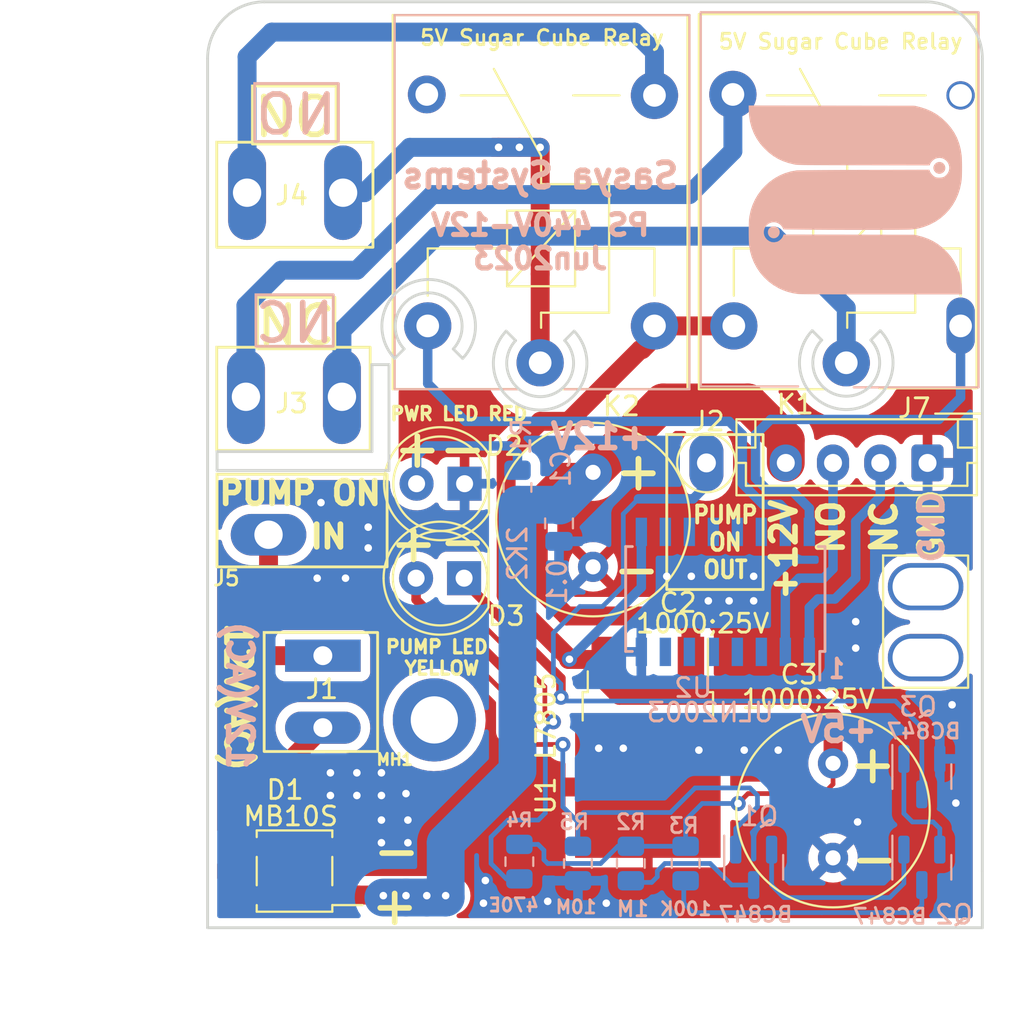
<source format=kicad_pcb>
(kicad_pcb (version 20211014) (generator pcbnew)
  (layers (0 "F.Cu" signal) (31 "B.Cu" signal) (34 "B.Paste" user) (35 "F.Paste" user) (36 "B.SilkS" user "B.Silkscreen") (37 "F.SilkS" user "F.Silkscreen") (38 "B.Mask" user) (39 "F.Mask" user) (44 "Edge.Cuts" user))
  (net 0 "")
  (net 1 "GND")
  (net 2 "Net-(D1-Pad4)")
  (net 3 "Net-(D1-Pad3)")
  (net 4 "Net-(D2-Pad2)")
  (net 5 "+12V")
  (net 6 "/CH1")
  (net 7 "/CH2")
  (net 8 "Net-(J3-Pad1)")
  (net 9 "Net-(J3-Pad2)")
  (net 10 "Net-(J4-Pad2)")
  (net 11 "Net-(K1-Pad2)")
  (net 12 "Net-(K2-Pad5)")
  (net 16 "Net-(D3-Pad2)")
  (net 17 "/PUMP_ON_Sense_OUT")
  (net 18 "Net-(Q1-Pad2)")
  (net 19 "Net-(Q1-Pad3)")
  (net 20 "Net-(Q2-Pad2)")
  (net 21 "Net-(Q2-Pad3)")
  (net 30 "+5V")
  (net 33 "Net-(J4-Pad1)")
  (net 34 "Net-(J5-Pad1)")
  (footprint "Housings_SSOP:SOP-4_3.8x4.1mm_Pitch2.54mm" (layer "F.Cu") (at 114.4 128.5 180)
    (fp_text reference "D1" (at 0.5 4.3) (layer "F.SilkS"))
    (fp_text value "MB10S" (at 0.2 2.9) (layer "F.SilkS"))
    (pad "1" smd rect locked (at -2.75 -1.27 180) (size 1.45 1) (layers "F.Cu" "F.Paste" "F.Mask") (net 5 "+12V"))
    (pad "2" smd rect locked (at -2.75 1.27 180) (size 1.45 1) (layers "F.Cu" "F.Paste" "F.Mask") (net 1 "GND"))
    (pad "3" smd rect locked (at 2.75 1.27 180) (size 1.45 1) (layers "F.Cu" "F.Paste" "F.Mask") (net 3 "Net-(D1-Pad3)"))
    (pad "4" smd rect locked (at 2.75 -1.27 180) (size 1.45 1) (layers "F.Cu" "F.Paste" "F.Mask") (net 2 "Net-(D1-Pad4)"))
  )
  (footprint "LED_THT:LED_D5.0mm" (layer "F.Cu") (at 123.4 108 180)
    (fp_text reference "D2" (at -2.1 2) (layer "F.SilkS"))
    (fp_text value "LED")
    (pad "1" thru_hole rect locked (at 0 0 180) (size 1.8 1.8) (drill 0.9) (layers *.Cu *.Mask) (net 1 "GND"))
    (pad "2" thru_hole circle locked (at 2.54 0 180) (size 1.8 1.8) (drill 0.9) (layers *.Cu *.Mask) (net 4 "Net-(D2-Pad2)"))
  )
  (footprint "Relay_THT:Relay_SPDT_SANYOU_SRD_Series_Form_C" (layer "F.Cu") (at 143.6 101.6 90)
    (fp_text reference "K1" (at -2.2 -2.7 180) (layer "F.SilkS"))
    (fp_text value "5V Sugar Cube Relay" (at 17 -0.3 180) (layer "F.SilkS") (effects (font (size 0.8 0.8))))
    (pad "1" thru_hole circle (at 0 0 180) (size 2.5 2.5) (drill 1.2) (layers *.Cu *.Mask) (net 9 "Net-(J3-Pad2)"))
    (pad "2" thru_hole oval (at 1.95 6.05 180) (size 1.5 3) (drill 1.2) (layers *.Cu *.Mask) (net 11 "Net-(K1-Pad2)"))
    (pad "3" thru_hole circle (at 14.15 6.05 180) (size 1.5 1.5) (drill 1.2) (layers *.Cu *.Mask))
    (pad "4" thru_hole circle (at 14.2 -6 180) (size 2.5 2.5) (drill 1.2) (layers *.Cu *.Mask) (net 8 "Net-(J3-Pad1)"))
    (pad "5" thru_hole circle (at 1.95 -5.95 180) (size 2.5 2.5) (drill 1.2) (layers *.Cu *.Mask) (net 30 "+5V"))
  )
  (footprint "Relay_THT:Relay_SPDT_SANYOU_SRD_Series_Form_C" (layer "F.Cu") (at 127.4 101.6 90)
    (fp_text reference "K2" (at -2.3 4.3 180) (layer "F.SilkS"))
    (fp_text value "5V Sugar Cube Relay" (at 17.2 0.1) (layer "F.SilkS") (effects (font (size 0.8 0.8))))
    (pad "1" thru_hole circle (at 0 0 180) (size 2.5 2.5) (drill 1.2) (layers *.Cu *.Mask) (net 33 "Net-(J4-Pad1)"))
    (pad "2" thru_hole circle (at 1.95 6.05 180) (size 2.5 2.5) (drill 1.2) (layers *.Cu *.Mask) (net 30 "+5V"))
    (pad "3" thru_hole circle (at 14.15 6.05 180) (size 2.5 2.5) (drill 1.2) (layers *.Cu *.Mask) (net 10 "Net-(J4-Pad2)"))
    (pad "4" thru_hole circle (at 14.2 -6 180) (size 2 2) (drill 1.2) (layers *.Cu *.Mask))
    (pad "5" thru_hole circle (at 1.95 -5.95 180) (size 2.5 2.5) (drill 1.2) (layers *.Cu *.Mask) (net 12 "Net-(K2-Pad5)"))
  )
  (footprint "Connector_PinHeader_2.54mm:PinHeader_1x02_P2.54mm_Vertical" (layer "F.Cu") (at 115.7 92.6 -90)
    (fp_text reference "J4" (at 0.15 1.45 180) (layer "F.SilkS"))
    (fp_text value "Conn_01x02")
    (pad "1" thru_hole oval locked (at 0 -1.27 270) (size 5 2) (drill 1.5) (layers *.Cu *.Mask) (net 33 "Net-(J4-Pad1)"))
    (pad "2" thru_hole oval locked (at 0 3.81 270) (size 5 2) (drill 1.5) (layers *.Cu *.Mask) (net 10 "Net-(J4-Pad2)"))
  )
  (footprint "Connector_PinHeader_2.54mm:PinHeader_1x02_P2.54mm_Vertical" (layer "F.Cu") (at 113.1 103.4 90)
    (fp_text reference "J3" (at -0.35 1.15) (layer "F.SilkS"))
    (fp_text value "Conn_01x02")
    (pad "1" thru_hole oval locked (at 0 -1.27 90) (size 5 2) (drill 1.5) (layers *.Cu *.Mask) (net 8 "Net-(J3-Pad1)"))
    (pad "2" thru_hole oval locked (at 0 3.81 90) (size 5 2) (drill 1.5) (layers *.Cu *.Mask) (net 9 "Net-(J3-Pad2)"))
  )
  (footprint "Connector_PinHeader_2.54mm:PinHeader_1x02_P2.54mm_Vertical" (layer "F.Cu") (at 115.9 118.37)
    (fp_text reference "J1" (at -0.05 0.5) (layer "F.SilkS"))
    (fp_text value "Conn_01x02")
    (pad "1" thru_hole rect (at 0 -1.27) (size 4 1.7) (drill 1) (layers *.Cu *.Mask) (net 3 "Net-(D1-Pad3)"))
    (pad "2" thru_hole oval (at 0 2.54) (size 4 1.7) (drill 1) (layers *.Cu *.Mask) (net 2 "Net-(D1-Pad4)"))
  )
  (footprint "LED_THT:LED_D5.0mm" (layer "F.Cu") (at 123.375 113 180)
    (fp_text reference "D3" (at -2.225 -2 180) (layer "F.SilkS"))
    (fp_text value "PUMP_ON_LED")
    (pad "1" thru_hole rect (at 0 0 180) (size 1.8 1.8) (drill 0.9) (layers *.Cu *.Mask) (net 17 "/PUMP_ON_Sense_OUT"))
    (pad "2" thru_hole circle (at 2.54 0 180) (size 1.8 1.8) (drill 0.9) (layers *.Cu *.Mask) (net 16 "Net-(D3-Pad2)"))
  )
  (footprint "Capacitor_THT:C_Radial_D10.0mm_H12.5mm_P5.00mm" (layer "F.Cu") (at 130.2 107.4 -90)
    (fp_text reference "C2" (at 6.9 -4.5 180) (layer "F.SilkS"))
    (fp_text value "1000;25V" (at 8 -5.8 180) (layer "F.SilkS"))
    (pad "1" thru_hole circle locked (at 0 0 270) (size 1.6 1.6) (drill 0.8) (layers *.Cu *.Mask) (net 5 "+12V"))
    (pad "2" thru_hole circle locked (at 5 0 270) (size 1.6 1.6) (drill 0.8) (layers *.Cu *.Mask) (net 1 "GND"))
  )
  (footprint "MountingHole:MountingHole_2.2mm_M2_Pad" (layer "F.Cu") (at 121.8 120.5)
    (fp_text reference "MH1" (at -2.1 2.1) (layer "F.SilkS") (effects (font (size 0.6 0.6))))
    (fp_text value "MountingHole")
    (pad "1" thru_hole circle locked (at 0 0) (size 4.4 4.4) (drill 2.5) (layers *.Cu *.Mask))
  )
  (footprint "Connector_JST:JST_EH_B4B-EH-A_1x04_P2.50mm_Vertical" (layer "F.Cu") (at 147.9 106.9 180)
    (fp_text reference "J7" (at 0.7 2.9 180) (layer "F.SilkS"))
    (fp_text value "Conn_01x04")
    (pad "1" thru_hole roundrect (at 0 0 180) (size 1.7 1.95) (drill 0.95) (layers *.Cu *.Mask) (roundrect_rratio 0.1470588235) (net 1 "GND"))
    (pad "2" thru_hole oval (at 2.5 0 180) (size 1.7 1.95) (drill 0.95) (layers *.Cu *.Mask) (net 6 "/CH1"))
    (pad "3" thru_hole oval (at 5 0 180) (size 1.7 1.95) (drill 0.95) (layers *.Cu *.Mask) (net 7 "/CH2"))
    (pad "4" thru_hole oval (at 7.5 0 180) (size 1.7 1.95) (drill 0.95) (layers *.Cu *.Mask) (net 5 "+12V"))
  )
  (footprint "Connector_Pin:Pin_D1.0mm_L10.0mm" (layer "F.Cu") (at 113.025 110.7 90)
    (fp_text reference "J5" (at -2.3 -2.225) (layer "F.SilkS") (effects (font (size 0.8 0.8))))
    (fp_text value "Conn_01x01")
    (pad "1" thru_hole oval (at 0 0 90) (size 2.2 4) (drill 1.5) (layers *.Cu *.Mask) (net 34 "Net-(J5-Pad1)"))
  )
  (footprint "Connector_PinSocket_2.54mm:PinSocket_1x02_P2.54mm_Vertical" (layer "F.Cu") (at 147.8 113.45)
    (fp_text reference "J6" hide)
    (fp_text value "Wire_Holder")
    (pad "1" thru_hole oval (at 0 0) (size 4 2.5) (drill oval 3.5 2) (layers *.Cu *.Mask))
    (pad "2" thru_hole oval (at 0 3.75) (size 4 2.5) (drill oval 3.5 2) (layers *.Cu *.Mask))
  )
  (footprint "Capacitor_THT:C_Radial_D10.0mm_H12.5mm_P5.00mm" (layer "F.Cu") (at 142.9 122.8 -90)
    (fp_text reference "C3" (at -4.7 1.8) (layer "F.SilkS"))
    (fp_text value "1000;25V" (at -3.4 1.3) (layer "F.SilkS"))
    (pad "1" thru_hole circle (at 0 0 270) (size 1.6 1.6) (drill 0.8) (layers *.Cu *.Mask) (net 30 "+5V"))
    (pad "2" thru_hole circle (at 5 0 270) (size 1.6 1.6) (drill 0.8) (layers *.Cu *.Mask) (net 1 "GND"))
  )
  (footprint "Connector_Pin:Pin_D1.0mm_L10.0mm" (layer "F.Cu") (at 136.2 106.9)
    (fp_text reference "J2" (at 0.1 -2.2) (layer "F.SilkS"))
    (fp_text value "Conn_01x01")
    (pad "1" thru_hole oval (at 0 0) (size 1.8 3) (drill 1) (layers *.Cu *.Mask) (net 17 "/PUMP_ON_Sense_OUT"))
  )
  (footprint "Package_TO_SOT_SMD:TO-252-2" (layer "F.Cu") (at 133.1 121.5 -90)
    (fp_text reference "U1" (at 3 5.4 90) (layer "F.SilkS"))
    (fp_text value "L7805" (at -1.2 5.4 90) (layer "F.SilkS"))
    (pad "1" smd rect (at -4.2 -2.28 270) (size 2.4 1.4) (layers "F.Cu" "F.Paste" "F.Mask") (net 5 "+12V"))
    (pad "2" smd rect (at 2.55 0 270) (size 7.5 7.7) (layers "F.Cu" "F.Mask") (net 1 "GND"))
    (pad "3" smd rect (at -4.2 2.28 270) (size 2.4 1.4) (layers "F.Cu" "F.Paste" "F.Mask") (net 30 "+5V"))
  )
  (footprint "Package_SO:SOIC-16W_5.3x10.2mm_P1.27mm" (layer "B.Cu") (at 137.2 114.1 90)
    (fp_text reference "U2" (at -4.7 -1.7) (layer "B.SilkS") (effects (justify mirror)))
    (fp_text value "ULN2003" (at -6 -0.8) (layer "B.SilkS") (effects (justify mirror)))
    (pad "1" smd rect locked (at -2.8 4.445 90) (size 1.5 0.6) (layers "B.Cu" "B.Paste" "B.Mask") (net 6 "/CH1"))
    (pad "2" smd rect locked (at -2.8 3.175 90) (size 1.5 0.6) (layers "B.Cu" "B.Paste" "B.Mask") (net 7 "/CH2"))
    (pad "3" smd rect locked (at -2.8 1.905 90) (size 1.5 0.6) (layers "B.Cu" "B.Paste" "B.Mask"))
    (pad "4" smd rect locked (at -2.8 0.635 90) (size 1.5 0.6) (layers "B.Cu" "B.Paste" "B.Mask"))
    (pad "5" smd rect locked (at -2.8 -0.635 90) (size 1.5 0.6) (layers "B.Cu" "B.Paste" "B.Mask"))
    (pad "6" smd rect locked (at -2.8 -1.905 90) (size 1.5 0.6) (layers "B.Cu" "B.Paste" "B.Mask"))
    (pad "7" smd rect locked (at -2.8 -3.175 90) (size 1.5 0.6) (layers "B.Cu" "B.Paste" "B.Mask"))
    (pad "8" smd rect locked (at -2.8 -4.445 90) (size 1.5 0.6) (layers "B.Cu" "B.Paste" "B.Mask") (net 1 "GND"))
    (pad "9" smd rect locked (at 3.55 -4.445 90) (size 1.5 0.6) (layers "B.Cu" "B.Paste" "B.Mask") (net 30 "+5V"))
    (pad "10" smd rect locked (at 3.55 -3.175 90) (size 1.5 0.6) (layers "B.Cu" "B.Paste" "B.Mask"))
    (pad "11" smd rect locked (at 3.55 -1.905 90) (size 1.5 0.6) (layers "B.Cu" "B.Paste" "B.Mask"))
    (pad "12" smd rect locked (at 3.55 -0.635 90) (size 1.5 0.6) (layers "B.Cu" "B.Paste" "B.Mask"))
    (pad "13" smd rect locked (at 3.55 0.635 90) (size 1.5 0.6) (layers "B.Cu" "B.Paste" "B.Mask"))
    (pad "14" smd rect locked (at 3.55 1.905 90) (size 1.5 0.6) (layers "B.Cu" "B.Paste" "B.Mask"))
    (pad "15" smd rect locked (at 3.55 3.175 90) (size 1.5 0.6) (layers "B.Cu" "B.Paste" "B.Mask") (net 12 "Net-(K2-Pad5)"))
    (pad "16" smd rect locked (at 3.55 4.445 90) (size 1.5 0.6) (layers "B.Cu" "B.Paste" "B.Mask") (net 11 "Net-(K1-Pad2)"))
  )
  (footprint "Capacitor_SMD:C_0805_2012Metric" (layer "B.Cu") (at 128.4 110.1 -90)
    (fp_text reference "C1" (at -2.9 -0.1 90) (layer "B.SilkS") (effects (justify mirror)))
    (fp_text value "0.1" (at 3.1 0.1 90) (layer "B.SilkS") (effects (justify mirror)))
    (pad "1" smd roundrect locked (at -0.95 0 270) (size 1 1.45) (layers "B.Cu" "B.Paste" "B.Mask") (net 5 "+12V"))
    (pad "2" smd roundrect locked (at 0.95 0 270) (size 1 1.45) (layers "B.Cu" "B.Paste" "B.Mask") (net 1 "GND"))
  )
  (footprint "Resistor_SMD:R_0805_2012Metric" (layer "B.Cu") (at 126.2 108.2 90)
    (fp_text reference "R1" (at 2.7 0.2 90) (layer "B.SilkS") (effects (justify mirror)))
    (fp_text value "2K2" (at -3.5 0 90) (layer "B.SilkS") (effects (justify mirror)))
    (pad "1" smd roundrect locked (at -0.9125 0 90) (size 1.025 1.4) (layers "B.Cu" "B.Paste" "B.Mask") (roundrect_rratio 0.2439014634) (net 5 "+12V"))
    (pad "2" smd roundrect locked (at 0.9125 0 90) (size 1.025 1.4) (layers "B.Cu" "B.Paste" "B.Mask") (roundrect_rratio 0.2439014634) (net 4 "Net-(D2-Pad2)"))
  )
  (footprint "Resistor_SMD:R_0805_2012Metric" (layer "B.Cu") (at 135.1 128.1 -90)
    (fp_text reference "R3" (at -2 0.1 180) (layer "B.SilkS") (effects (font (size 0.8 0.8)) (justify mirror)))
    (fp_text value "100K" (at 2.4 0 180) (layer "B.SilkS") (effects (font (size 0.7 0.7)) (justify mirror)))
    (pad "1" smd roundrect locked (at -0.9125 0 270) (size 1.025 1.4) (layers "B.Cu" "B.Paste" "B.Mask") (roundrect_rratio 0.2439014634) (net 30 "+5V"))
    (pad "2" smd roundrect locked (at 0.9125 0 270) (size 1.025 1.4) (layers "B.Cu" "B.Paste" "B.Mask") (roundrect_rratio 0.2439014634) (net 21 "Net-(Q2-Pad3)"))
  )
  (footprint "Resistor_SMD:R_0805_2012Metric" (layer "B.Cu") (at 126.3 128 -90)
    (fp_text reference "R4" (at -2.2 0 180) (layer "B.SilkS") (effects (font (size 0.7 0.7)) (justify mirror)))
    (fp_text value "470E" (at 2.3 0.3 180) (layer "B.SilkS") (effects (font (size 0.7 0.7)) (justify mirror)))
    (pad "1" smd roundrect locked (at -0.9125 0 270) (size 1.025 1.4) (layers "B.Cu" "B.Paste" "B.Mask") (roundrect_rratio 0.2439014634) (net 30 "+5V"))
    (pad "2" smd roundrect locked (at 0.9125 0 270) (size 1.025 1.4) (layers "B.Cu" "B.Paste" "B.Mask") (roundrect_rratio 0.2439014634) (net 16 "Net-(D3-Pad2)"))
  )
  (footprint "Resistor_SMD:R_0805_2012Metric" (layer "B.Cu") (at 132.2 128.1 -90)
    (fp_text reference "R2" (at -2.2 0) (layer "B.SilkS") (effects (font (size 0.8 0.8)) (justify mirror)))
    (fp_text value "1M" (at 2.4 -0.1 180) (layer "B.SilkS") (effects (font (size 0.8 0.8)) (justify mirror)))
    (pad "1" smd roundrect locked (at -0.9125 0 270) (size 1.025 1.4) (layers "B.Cu" "B.Paste" "B.Mask") (roundrect_rratio 0.2439014634) (net 30 "+5V"))
    (pad "2" smd roundrect locked (at 0.9125 0 270) (size 1.025 1.4) (layers "B.Cu" "B.Paste" "B.Mask") (roundrect_rratio 0.2439014634) (net 19 "Net-(Q1-Pad3)"))
  )
  (footprint "Package_TO_SOT_SMD:SOT-23" (layer "B.Cu") (at 138.7 128.3 -90)
    (fp_text reference "Q1" (at -2.7 -0.3 180) (layer "B.SilkS") (effects (justify mirror)))
    (fp_text value "BC847" (at 2.5 -0.1 180) (layer "B.SilkS") (effects (font (size 0.8 0.8)) (justify mirror)))
    (pad "1" smd roundrect (at -0.9375 0.95 270) (size 1.475 0.6) (layers "B.Cu" "B.Paste" "B.Mask") (net 34 "Net-(J5-Pad1)"))
    (pad "2" smd roundrect (at -0.9375 -0.95 270) (size 1.475 0.6) (layers "B.Cu" "B.Paste" "B.Mask") (net 18 "Net-(Q1-Pad2)"))
    (pad "3" smd roundrect (at 0.9375 0 270) (size 1.475 0.6) (layers "B.Cu" "B.Paste" "B.Mask") (net 19 "Net-(Q1-Pad3)"))
  )
  (footprint "Package_TO_SOT_SMD:SOT-23" (layer "B.Cu") (at 147.6 123.5 -90)
    (fp_text reference "Q3" (at -3.7 0.2 180) (layer "B.SilkS") (effects (justify mirror)))
    (fp_text value "BC847" (at -2.4 -0.1 180) (layer "B.SilkS") (effects (font (size 0.8 0.8)) (justify mirror)))
    (pad "1" smd roundrect (at -0.9375 0.95 270) (size 1.475 0.6) (layers "B.Cu" "B.Paste" "B.Mask") (net 20 "Net-(Q2-Pad2)"))
    (pad "2" smd roundrect (at -0.9375 -0.95 270) (size 1.475 0.6) (layers "B.Cu" "B.Paste" "B.Mask") (net 1 "GND"))
    (pad "3" smd roundrect (at 0.9375 0 270) (size 1.475 0.6) (layers "B.Cu" "B.Paste" "B.Mask") (net 17 "/PUMP_ON_Sense_OUT"))
  )
  (footprint "Package_TO_SOT_SMD:SOT-23" (layer "B.Cu") (at 147.6 128.3 -90)
    (fp_text reference "Q2" (at 2.5 -1.7 180) (layer "B.SilkS") (effects (justify mirror)))
    (fp_text value "BC847" (at 2.6 1.7 180) (layer "B.SilkS") (effects (font (size 0.8 0.8)) (justify mirror)))
    (pad "1" smd roundrect (at -0.9375 0.95 270) (size 1.475 0.6) (layers "B.Cu" "B.Paste" "B.Mask") (net 18 "Net-(Q1-Pad2)"))
    (pad "2" smd roundrect (at -0.9375 -0.95 270) (size 1.475 0.6) (layers "B.Cu" "B.Paste" "B.Mask") (net 20 "Net-(Q2-Pad2)"))
    (pad "3" smd roundrect (at 0.9375 0 270) (size 1.475 0.6) (layers "B.Cu" "B.Paste" "B.Mask") (net 21 "Net-(Q2-Pad3)"))
  )
  (footprint "Resistor_SMD:R_0805_2012Metric" (layer "B.Cu") (at 129.4 128.1 -90)
    (fp_text reference "R5" (at -2.2 0.2 180) (layer "B.SilkS") (effects (font (size 0.8 0.8)) (justify mirror)))
    (fp_text value "10M" (at 2.3 0.1) (layer "B.SilkS") (effects (font (size 0.7 0.7)) (justify mirror)))
    (pad "1" smd roundrect (at -0.9125 0 270) (size 1.025 1.4) (layers "B.Cu" "B.Paste" "B.Mask") (roundrect_rratio 0.243902439) (net 34 "Net-(J5-Pad1)"))
    (pad "2" smd roundrect (at 0.9125 0 270) (size 1.025 1.4) (layers "B.Cu" "B.Paste" "B.Mask") (roundrect_rratio 0.243902439) (net 1 "GND"))
  )
  (footprint "LOGO" (layer "B.Cu") (at 144.1 92.9 180)
    (fp_text reference "G***" (at 0 0) (layer "B.SilkS") (effects (font (size 1.524 1.524) (thickness 0.3)) (justify mirror)))
    (fp_text value "LOGO" hide)
  )
  (gr_rect (start 112.291683 89.888279) (end 116.722618 86.820709) (layer "B.SilkS") (width 0.15) (fill none))
  (gr_rect (start 112.359851 100.727028) (end 116.449945 98.000299) (layer "B.SilkS") (width 0.15) (fill none))
  (gr_rect (start 112.444408 98.133476) (end 116.534502 100.860205) (layer "F.SilkS") (width 0.15) (fill none))
  (gr_rect (start 112.794598 115.872905) (end 118.797773 122.171318) (layer "F.SilkS") (width 0.15) (fill none))
  (gr_rect (start 110.3 107.5) (end 119.3 112.4) (layer "F.SilkS") (width 0.15) (fill none))
  (gr_rect (start 134.1 105.4) (end 139.2 113.6) (layer "F.SilkS") (width 0.15) (fill none))
  (gr_rect (start 112.171735 86.953886) (end 116.60267 90.021456) (layer "F.SilkS") (width 0.15) (fill none))
  (gr_rect (start 110.285074 100.778858) (end 118.404122 106.240762) (layer "F.SilkS") (width 0.15) (fill none))
  (gr_rect (start 110.285074 89.928858) (end 118.551741 95.489175) (layer "F.SilkS") (width 0.15) (fill none))
  (gr_line (start 109.8 85.5) (end 109.8 131.5) (layer "Edge.Cuts") (width 0.15))
  (gr_line (start 125.6 99.924116) (end 126.1 100.424116) (layer "Edge.Cuts") (width 0.15))
  (gr_line (start 118.5 106.3) (end 110.3 106.3) (layer "Edge.Cuts") (width 0.15))
  (gr_line (start 119.4 107.3) (end 119.4 101.7) (layer "Edge.Cuts") (width 0.15))
  (gr_arc (start 145.4 99.9) (mid 143.6 104.075884) (end 141.8 99.9) (layer "Edge.Cuts") (width 0.15))
  (gr_line (start 120.2 100.869181) (end 119.7 101.369181) (layer "Edge.Cuts") (width 0.15))
  (gr_line (start 119.4 101.7) (end 118.5 101.7) (layer "Edge.Cuts") (width 0.15))
  (gr_arc (start 144.9 100.4) (mid 143.6 103.369181) (end 142.3 100.4) (layer "Edge.Cuts") (width 0.15))
  (gr_line (start 144.9 100.4) (end 145.4 99.9) (layer "Edge.Cuts") (width 0.15))
  (gr_line (start 128.7 100.424116) (end 129.2 99.924116) (layer "Edge.Cuts") (width 0.15))
  (gr_line (start 150.8 85.5) (end 150.8 128.5) (layer "Edge.Cuts") (width 0.15))
  (gr_line (start 109.8 131.5) (end 150.8 131.5) (layer "Edge.Cuts") (width 0.15))
  (gr_line (start 110.3 107.3) (end 119.4 107.3) (layer "Edge.Cuts") (width 0.15))
  (gr_arc (start 109.8 85.5) (mid 110.67868 83.37868) (end 112.8 82.5) (layer "Edge.Cuts") (width 0.15))
  (gr_line (start 150.8 131.5) (end 150.8 128.5) (layer "Edge.Cuts") (width 0.15))
  (gr_arc (start 147.8 82.5) (mid 149.92132 83.37868) (end 150.8 85.5) (layer "Edge.Cuts") (width 0.15))
  (gr_arc (start 119.7 101.369181) (mid 121.5 97.193297) (end 123.3 101.369181) (layer "Edge.Cuts") (width 0.15))
  (gr_line (start 147.8 82.5) (end 112.8 82.5) (layer "Edge.Cuts") (width 0.15))
  (gr_line (start 123.3 101.369181) (end 122.8 100.869181) (layer "Edge.Cuts") (width 0.15))
  (gr_line (start 141.8 99.9) (end 142.3 100.4) (layer "Edge.Cuts") (width 0.15))
  (gr_arc (start 129.2 99.924116) (mid 127.4 104.1) (end 125.6 99.924116) (layer "Edge.Cuts") (width 0.15))
  (gr_line (start 110.3 106.3) (end 110.3 107.3) (layer "Edge.Cuts") (width 0.15))
  (gr_line (start 118.5 101.7) (end 118.5 106.3) (layer "Edge.Cuts") (width 0.15))
  (gr_arc (start 128.7 100.424116) (mid 127.4 103.393297) (end 126.1 100.424116) (layer "Edge.Cuts") (width 0.15))
  (gr_arc (start 120.2 100.869181) (mid 121.5 97.9) (end 122.8 100.869181) (layer "Edge.Cuts") (width 0.15))
  (gr_text "PS 440V-12V\nJun2023" (at 127.4 95.2) (layer "B.SilkS") (effects (font (size 1.1 1.1) (thickness 0.275)) (justify mirror)))
  (gr_text "1" (at 143.1 117.8) (layer "B.SilkS") (effects (font (size 1 0.8) (thickness 0.2)) (justify mirror)))
  (gr_text "NC" (at 114.404898 99.5) (layer "B.SilkS") (effects (font (size 2 2) (thickness 0.3)) (justify mirror)))
  (gr_text "+12V" (at 130.6 105.5) (layer "B.SilkS") (effects (font (size 1.3 1.3) (thickness 0.3)) (justify mirror)))
  (gr_text "GND" (at 148 110.3 -90) (layer "B.SilkS") (effects (font (size 1.2 1.2) (thickness 0.3)) (justify mirror)))
  (gr_text "NO" (at 114.494353 88.466823) (layer "B.SilkS") (effects (font (size 2 2) (thickness 0.3)) (justify mirror)))
  (gr_text "+5V" (at 143.2 121) (layer "B.SilkS") (effects (font (size 1.3 1.3) (thickness 0.3)) (justify mirror)))
  (gr_text "Sasya Systems\n" (at 127.4 91.7) (layer "B.SilkS") (effects (font (size 1.3 1.3) (thickness 0.3)) (justify mirror)))
  (gr_text "12V(AC)" (at 111.5 119.2 -90) (layer "B.SilkS") (effects (font (size 1.3 1.3) (thickness 0.3)) (justify mirror)))
  (gr_text "PWR LED RED" (at 123.1 104.3) (layer "F.SilkS") (effects (font (size 0.7 0.7) (thickness 0.175))))
  (gr_text "PUMP LED \nYELLOW" (at 122.2 117.2) (layer "F.SilkS") (effects (font (size 0.7 0.7) (thickness 0.175))))
  (gr_text "+" (at 132.6 107.3) (layer "F.SilkS") (effects (font (size 2 2) (thickness 0.3))))
  (gr_text "+12V" (at 140.3 111.5 90) (layer "F.SilkS") (effects (font (size 1.3 1.3) (thickness 0.3))))
  (gr_text "GND" (at 148.1 110.2 90) (layer "F.SilkS") (effects (font (size 1.2 1.2) (thickness 0.3))))
  (gr_text "NO" (at 142.8 110.3 90) (layer "F.SilkS") (effects (font (size 1.3 1.3) (thickness 0.3))))
  (gr_text "12V(AC)" (at 111.408619 119.292746 270) (layer "F.SilkS") (effects (font (size 1.3 1.3) (thickness 0.3))))
  (gr_text "NC" (at 145.6 110.3 90) (layer "F.SilkS") (effects (font (size 1.3 1.3) (thickness 0.3))))
  (gr_text "-" (at 119.8 127.4) (layer "F.SilkS") (effects (font (size 2 2) (thickness 0.3))))
  (gr_text "+" (at 132.6 107.3) (layer "F.SilkS") (effects (font (size 2 2) (thickness 0.3))))
  (gr_text "IN" (at 116.2 110.8) (layer "F.SilkS") (effects (font (size 1.2 1.2) (thickness 0.3))))
  (gr_text "+" (at 120.9 106.1) (layer "F.SilkS") (effects (font (size 2 2) (thickness 0.3))))
  (gr_text "PUMP\nON\nOUT" (at 137.2 111.1) (layer "F.SilkS") (effects (font (size 0.9 0.8) (thickness 0.2))))
  (gr_text "NC" (at 114.489455 99.633177) (layer "F.SilkS") (effects (font (size 2 2) (thickness 0.3))))
  (gr_text "-" (at 145.1 127.8) (layer "F.SilkS") (effects (font (size 2 2) (thickness 0.3))))
  (gr_text "+" (at 145 122.8) (layer "F.SilkS") (effects (font (size 2 2) (thickness 0.3))))
  (gr_text "PUMP ON" (at 114.7 108.5) (layer "F.SilkS") (effects (font (size 1.2 1.2) (thickness 0.3))))
  (gr_text "-" (at 132.5 112.5) (layer "F.SilkS") (effects (font (size 2 2) (thickness 0.3))))
  (gr_text "+" (at 119.7 130.3) (layer "F.SilkS") (effects (font (size 2 2) (thickness 0.3))))
  (gr_text "-" (at 123.3 111) (layer "F.SilkS") (effects (font (size 2 2) (thickness 0.3))))
  (gr_text "-" (at 123.3 106.1) (layer "F.SilkS") (effects (font (size 2 2) (thickness 0.3))))
  (gr_text "NO" (at 114.4 88.6) (layer "F.SilkS") (effects (font (size 2 2) (thickness 0.3))))
  (gr_text "+" (at 120.7 111.1) (layer "F.SilkS") (effects (font (size 2 2) (thickness 0.3))))
  (segment (start 120.65 124.05) (end 120.3 124.4) (width 1) (layer "F.Cu") (net 1))
  (segment (start 133.1 124.05) (end 120.65 124.05) (width 1) (layer "F.Cu") (net 1))
  (via (at 119 127) (size 0.8) (drill 0.4) (layers "F.Cu" "B.Cu") (net 1))
  (via (at 116.3 124.5) (size 0.8) (drill 0.4) (layers "F.Cu" "B.Cu") (net 1))
  (via (at 115.6 113) (size 0.8) (drill 0.4) (layers "F.Cu" "B.Cu") (net 1))
  (via (at 115.8 109) (size 0.8) (drill 0.4) (layers "F.Cu" "B.Cu") (net 1))
  (via (at 137.4 114.2) (size 0.8) (drill 0.4) (layers "F.Cu" "B.Cu") (net 1))
  (via (at 138.2 122.1) (size 0.8) (drill 0.4) (layers "F.Cu" "B.Cu") (net 1))
  (via (at 119 125.8) (size 0.8) (drill 0.4) (layers "F.Cu" "B.Cu") (net 1))
  (via (at 130.9 130.2) (size 0.8) (drill 0.4) (layers "F.Cu" "B.Cu") (net 1))
  (via (at 149.2 119.7) (size 0.8) (drill 0.4) (layers "F.Cu" "B.Cu") (net 1))
  (via (at 144.1 115.3) (size 0.8) (drill 0.4) (layers "F.Cu" "B.Cu") (net 1))
  (via (at 118.3 111.4) (size 0.8) (drill 0.4) (layers "F.Cu" "B.Cu") (net 1))
  (via (at 120.4 125.8) (size 0.8) (drill 0.4) (layers "F.Cu" "B.Cu") (net 1))
  (via (at 117.1 113) (size 0.8) (drill 0.4) (layers "F.Cu" "B.Cu") (net 1))
  (via (at 117.7 124.5) (size 0.8) (drill 0.4) (layers "F.Cu" "B.Cu") (net 1))
  (via (at 144.1 116.7) (size 0.8) (drill 0.4) (layers "F.Cu" "B.Cu") (net 1))
  (via (at 135.8 122.1) (size 0.8) (drill 0.4) (layers "F.Cu" "B.Cu") (net 1))
  (via (at 117.7 123.3) (size 0.8) (drill 0.4) (layers "F.Cu" "B.Cu") (net 1))
  (via (at 119 124.5) (size 0.8) (drill 0.4) (layers "F.Cu" "B.Cu") (net 1))
  (via (at 119 123.3) (size 0.8) (drill 0.4) (layers "F.Cu" "B.Cu") (net 1))
  (via (at 124.5 129) (size 0.8) (drill 0.4) (layers "F.Cu" "B.Cu") (net 1))
  (via (at 120.3 124.4) (size 0.8) (drill 0.4) (layers "F.Cu" "B.Cu") (net 1))
  (via (at 138.7 114.2) (size 0.8) (drill 0.4) (layers "F.Cu" "B.Cu") (net 1))
  (via (at 135.4 112.9) (size 0.8) (drill 0.4) (layers "F.Cu" "B.Cu") (net 1))
  (via (at 144.2 125.9) (size 0.8) (drill 0.4) (layers "F.Cu" "B.Cu") (net 1))
  (via (at 149.4 124.9) (size 0.8) (drill 0.4) (layers "F.Cu" "B.Cu") (net 1))
  (via (at 131.8 122) (size 0.8) (drill 0.4) (layers "F.Cu" "B.Cu") (net 1))
  (via (at 130.5 122) (size 0.8) (drill 0.4) (layers "F.Cu" "B.Cu") (net 1))
  (via (at 140 122.1) (size 0.8) (drill 0.4) (layers "F.Cu" "B.Cu") (net 1))
  (via (at 120.4 127) (size 0.8) (drill 0.4) (layers "F.Cu" "B.Cu") (net 1))
  (via (at 118.3 110.3) (size 0.8) (drill 0.4) (layers "F.Cu" "B.Cu") (net 1))
  (via (at 116.3 123.3) (size 0.8) (drill 0.4) (layers "F.Cu" "B.Cu") (net 1))
  (via (at 134.1 112.9) (size 0.8) (drill 0.4) (layers "F.Cu" "B.Cu") (net 1))
  (via (at 124.4 130.2) (size 0.8) (drill 0.4) (layers "F.Cu" "B.Cu") (net 1))
  (via (at 138.7 112.9) (size 0.8) (drill 0.4) (layers "F.Cu" "B.Cu") (net 1))
  (via (at 136.3 114.2) (size 0.8) (drill 0.4) (layers "F.Cu" "B.Cu") (net 1))
  (via (at 127.8 130.1) (size 0.8) (drill 0.4) (layers "F.Cu" "B.Cu") (net 1))
  (segment (start 113.13 129.77) (end 114.3 128.6) (width 1) (layer "F.Cu") (net 2))
  (segment (start 114.3 128.6) (end 114.3 122.51) (width 1) (layer "F.Cu") (net 2))
  (segment (start 111.65 129.77) (end 113.13 129.77) (width 1) (layer "F.Cu") (net 2))
  (segment (start 114.3 122.51) (end 115.9 120.91) (width 1) (layer "F.Cu") (net 2))
  (segment (start 111.65 127.23) (end 111.65 118.25) (width 1) (layer "F.Cu") (net 3))
  (segment (start 112.8 117.1) (end 115.9 117.1) (width 1) (layer "F.Cu") (net 3))
  (segment (start 111.65 118.25) (end 112.8 117.1) (width 1) (layer "F.Cu") (net 3))
  (segment (start 126.2 106.4) (end 125.8 106) (width 0.5) (layer "B.Cu") (net 4))
  (segment (start 125.8 106) (end 121.4 106) (width 0.5) (layer "B.Cu") (net 4))
  (segment (start 121.4 106) (end 120.86 106.54) (width 0.5) (layer "B.Cu") (net 4))
  (segment (start 126.2 107.2875) (end 126.2 106.4) (width 0.5) (layer "B.Cu") (net 4))
  (segment (start 120.86 106.54) (end 120.86 108) (width 0.5) (layer "B.Cu") (net 4))
  (segment (start 127.3 112.9) (end 127.3 108.7) (width 1) (layer "F.Cu") (net 5))
  (segment (start 117.15 129.77) (end 122.67 129.77) (width 1) (layer "F.Cu") (net 5))
  (segment (start 138.4 103.7) (end 140.4 105.7) (width 2) (layer "F.Cu") (net 5))
  (segment (start 135.38 117.3) (end 135.38 115.58) (width 1) (layer "F.Cu") (net 5))
  (segment (start 127.3 108.7) (end 128.6 107.4) (width 1) (layer "F.Cu") (net 5))
  (segment (start 133.9 103.7) (end 138.4 103.7) (width 2) (layer "F.Cu") (net 5))
  (segment (start 127.3 113.5) (end 127.3 112.9) (width 1) (layer "F.Cu") (net 5))
  (segment (start 128.6 107.4) (end 130.2 107.4) (width 1) (layer "F.Cu") (net 5))
  (segment (start 130.2 107.4) (end 133.9 103.7) (width 2) (layer "F.Cu") (net 5))
  (segment (start 135.38 115.58) (end 134.8 115) (width 1) (layer "F.Cu") (net 5))
  (segment (start 134.8 115) (end 128.8 115) (width 1) (layer "F.Cu") (net 5))
  (segment (start 128.8 115) (end 127.3 113.5) (width 1) (layer "F.Cu") (net 5))
  (segment (start 122.67 129.77) (end 122.7 129.8) (width 1) (layer "F.Cu") (net 5))
  (segment (start 140.4 105.7) (end 140.4 106.9) (width 2) (layer "F.Cu") (net 5))
  (via (at 121.4 129.8) (size 0.8) (drill 0.4) (layers "F.Cu" "B.Cu") (net 5))
  (via (at 120.3 129.8) (size 0.8) (drill 0.4) (layers "F.Cu" "B.Cu") (net 5))
  (via (at 119.1 129.8) (size 0.8) (drill 0.4) (layers "F.Cu" "B.Cu") (net 5))
  (via (at 122.4 129.8) (size 0.8) (drill 0.4) (layers "F.Cu" "B.Cu") (net 5))
  (segment (start 122.4 127) (end 122.4 129.9) (width 2) (layer "B.Cu") (net 5))
  (segment (start 128.45 109.15) (end 130.2 107.4) (width 2) (layer "B.Cu") (net 5))
  (segment (start 126.2 123.2) (end 122.4 127) (width 2) (layer "B.Cu") (net 5))
  (segment (start 126.2 121.1) (end 126.2 118.3) (width 2) (layer "B.Cu") (net 5))
  (segment (start 126.2 109.1125) (end 128.3625 109.1125) (width 2) (layer "B.Cu") (net 5))
  (segment (start 120.3 129.9) (end 119.1 129.9) (width 2) (layer "B.Cu") (net 5))
  (segment (start 128.4 109.15) (end 128.45 109.15) (width 2) (layer "B.Cu") (net 5))
  (segment (start 128.3625 109.1125) (end 128.4 109.15) (width 2) (layer "B.Cu") (net 5))
  (segment (start 126.2 118.3) (end 126.2 109.1125) (width 2) (layer "B.Cu") (net 5))
  (segment (start 122.4 129.9) (end 121.4 129.9) (width 2) (layer "B.Cu") (net 5))
  (segment (start 121.4 129.9) (end 120.3 129.9) (width 2) (layer "B.Cu") (net 5))
  (segment (start 126.2 121.1) (end 126.2 123.2) (width 2) (layer "B.Cu") (net 5))
  (segment (start 141.645 114.555) (end 142.1 114.1) (width 0.5) (layer "B.Cu") (net 6))
  (segment (start 141.645 116.9) (end 141.645 114.555) (width 0.5) (layer "B.Cu") (net 6))
  (segment (start 145.4 108.7) (end 145.4 106.9) (width 0.5) (layer "B.Cu") (net 6))
  (segment (start 144.1 113) (end 144.1 110) (width 0.5) (layer "B.Cu") (net 6))
  (segment (start 143 114.1) (end 144.1 113) (width 0.5) (layer "B.Cu") (net 6))
  (segment (start 142.1 114.1) (end 143 114.1) (width 0.5) (layer "B.Cu") (net 6))
  (segment (start 144.1 110) (end 145.4 108.7) (width 0.5) (layer "B.Cu") (net 6))
  (segment (start 140.375 116.9) (end 140.375 113.725) (width 0.5) (layer "B.Cu") (net 7))
  (segment (start 140.375 113.725) (end 141.1 113) (width 0.5) (layer "B.Cu") (net 7))
  (segment (start 142.4 113) (end 141.1 113) (width 0.5) (layer "B.Cu") (net 7))
  (segment (start 142.9 112.5) (end 142.4 113) (width 0.5) (layer "B.Cu") (net 7))
  (segment (start 142.9 106.9) (end 142.9 112.5) (width 0.5) (layer "B.Cu") (net 7))
  (segment (start 111.83 98.57) (end 113.7 96.7) (width 1) (layer "B.Cu") (net 8))
  (segment (start 111.83 103.4) (end 111.83 98.57) (width 1) (layer "B.Cu") (net 8))
  (segment (start 135.3 92.7) (end 137.6 90.4) (width 1) (layer "B.Cu") (net 8))
  (segment (start 137.6 90.4) (end 137.6 87.4) (width 1) (layer "B.Cu") (net 8))
  (segment (start 117.7 96.7) (end 121.7 92.7) (width 1) (layer "B.Cu") (net 8))
  (segment (start 121.7 92.7) (end 135.3 92.7) (width 1) (layer "B.Cu") (net 8))
  (segment (start 113.7 96.7) (end 117.7 96.7) (width 1) (layer "B.Cu") (net 8))
  (segment (start 139.8 94.9) (end 121.9 94.9) (width 1) (layer "B.Cu") (net 9))
  (segment (start 143.6 101.6) (end 143.6 98.7) (width 1) (layer "B.Cu") (net 9))
  (segment (start 116.91 99.89) (end 116.91 103.4) (width 1) (layer "B.Cu") (net 9))
  (segment (start 143.6 98.7) (end 139.8 94.9) (width 1) (layer "B.Cu") (net 9))
  (segment (start 121.9 94.9) (end 116.91 99.89) (width 1) (layer "B.Cu") (net 9))
  (segment (start 133.45 87.45) (end 133.45 85.15) (width 1) (layer "B.Cu") (net 10))
  (segment (start 113.2 84.1) (end 111.89 85.41) (width 1) (layer "B.Cu") (net 10))
  (segment (start 111.89 85.41) (end 111.89 92.6) (width 1) (layer "B.Cu") (net 10))
  (segment (start 132.4 84.1) (end 113.2 84.1) (width 1) (layer "B.Cu") (net 10))
  (segment (start 133.45 85.15) (end 132.4 84.1) (width 1) (layer "B.Cu") (net 10))
  (segment (start 138.8 105.4) (end 139.6 104.6) (width 0.5) (layer "B.Cu") (net 11))
  (segment (start 140.745 108.4) (end 139.489244 108.4) (width 0.5) (layer "B.Cu") (net 11))
  (segment (start 138.8 107.710756) (end 138.8 105.4) (width 0.5) (layer "B.Cu") (net 11))
  (segment (start 139.6 104.6) (end 148.5 104.6) (width 0.5) (layer "B.Cu") (net 11))
  (segment (start 141.645 109.3) (end 140.745 108.4) (width 0.5) (layer "B.Cu") (net 11))
  (segment (start 149.65 103.45) (end 149.65 99.65) (width 0.5) (layer "B.Cu") (net 11))
  (segment (start 148.5 104.6) (end 149.65 103.45) (width 0.5) (layer "B.Cu") (net 11))
  (segment (start 139.489244 108.4) (end 138.8 107.710756) (width 0.5) (layer "B.Cu") (net 11))
  (segment (start 141.645 110.55) (end 141.645 109.3) (width 0.5) (layer "B.Cu") (net 11))
  (segment (start 137.4 104.7) (end 138.1 105.4) (width 0.5) (layer "B.Cu") (net 12))
  (segment (start 121.45 102.7) (end 123.45 104.7) (width 0.5) (layer "B.Cu") (net 12))
  (segment (start 138.1 105.4) (end 138.1 108) (width 0.5) (layer "B.Cu") (net 12))
  (segment (start 121.45 99.65) (end 121.45 102.7) (width 0.5) (layer "B.Cu") (net 12))
  (segment (start 140.375 109.375) (end 140.375 110.55) (width 0.5) (layer "B.Cu") (net 12))
  (segment (start 140.1 109.1) (end 140.375 109.375) (width 0.5) (layer "B.Cu") (net 12))
  (segment (start 123.45 104.7) (end 137.4 104.7) (width 0.5) (layer "B.Cu") (net 12))
  (segment (start 139.2 109.1) (end 140.1 109.1) (width 0.5) (layer "B.Cu") (net 12))
  (segment (start 138.1 108) (end 139.2 109.1) (width 0.5) (layer "B.Cu") (net 12))
  (segment (start 120.835 113) (end 120.835 114.135) (width 0.5) (layer "F.Cu") (net 16))
  (segment (start 121.3 114.6) (end 121.5 114.8) (width 0.5) (layer "F.Cu") (net 16))
  (segment (start 120.835 114.135) (end 121.3 114.6) (width 0.5) (layer "F.Cu") (net 16))
  (segment (start 123.7 114.8) (end 127.65 118.75) (width 0.25) (layer "F.Cu") (net 16))
  (segment (start 127.65 120.15) (end 128.1 120.6) (width 0.25) (layer "F.Cu") (net 16))
  (segment (start 127.65 118.75) (end 127.65 120.15) (width 0.25) (layer "F.Cu") (net 16))
  (segment (start 121.5 114.8) (end 123.7 114.8) (width 0.5) (layer "F.Cu") (net 16))
  (via (at 128.1 120.6) (size 0.8) (drill 0.4) (layers "F.Cu" "B.Cu") (net 16))
  (segment (start 124.8 126.7) (end 125.7 125.8) (width 0.25) (layer "B.Cu") (net 16))
  (segment (start 125.7 125.8) (end 127.3 125.8) (width 0.25) (layer "B.Cu") (net 16))
  (segment (start 125.6125 128.9125) (end 124.8 128.1) (width 0.25) (layer "B.Cu") (net 16))
  (segment (start 127.6755 121.0245) (end 128.1 120.6) (width 0.25) (layer "B.Cu") (net 16))
  (segment (start 126.3 128.9125) (end 125.6125 128.9125) (width 0.25) (layer "B.Cu") (net 16))
  (segment (start 127.3 125.8) (end 127.6755 125.4245) (width 0.25) (layer "B.Cu") (net 16))
  (segment (start 127.6755 125.4245) (end 127.6755 121.0245) (width 0.25) (layer "B.Cu") (net 16))
  (segment (start 124.8 128.1) (end 124.8 126.7) (width 0.25) (layer "B.Cu") (net 16))
  (segment (start 123.375 113) (end 123.375 113.175) (width 0.25) (layer "F.Cu") (net 17))
  (segment (start 128.5 118.3) (end 128.5 119.3) (width 0.5) (layer "F.Cu") (net 17))
  (segment (start 123.375 113.175) (end 128.5 118.3) (width 0.5) (layer "F.Cu") (net 17))
  (via (at 128.5 119.3) (size 0.8) (drill 0.4) (layers "F.Cu" "B.Cu") (net 17))
  (segment (start 128.1 115.9) (end 129.5 114.5) (width 0.25) (layer "B.Cu") (net 17))
  (segment (start 132.6 108.8) (end 135.5 108.8) (width 0.5) (layer "B.Cu") (net 17))
  (segment (start 137.2 119.5) (end 128.7 119.5) (width 0.25) (layer "B.Cu") (net 17))
  (segment (start 131.8 109.6) (end 132.6 108.8) (width 0.25) (layer "B.Cu") (net 17))
  (segment (start 130.7 114.5) (end 131.8 113.4) (width 0.25) (layer "B.Cu") (net 17))
  (segment (start 128.7 119.5) (end 128.5 119.3) (width 0.25) (layer "B.Cu") (net 17))
  (segment (start 136.2 108.1) (end 136.2 106.9) (width 0.5) (layer "B.Cu") (net 17))
  (segment (start 139.2 119.5) (end 137.2 119.5) (width 0.25) (layer "B.Cu") (net 17))
  (segment (start 137.2 119.5) (end 136.67 119.5) (width 0.25) (layer "B.Cu") (net 17))
  (segment (start 146.2 119.5) (end 147.6 120.9) (width 0.25) (layer "B.Cu") (net 17))
  (segment (start 128.5 119.3) (end 128.5 118.6) (width 0.25) (layer "B.Cu") (net 17))
  (segment (start 135.5 108.8) (end 136.2 108.1) (width 0.5) (layer "B.Cu") (net 17))
  (segment (start 128.1 118.2) (end 128.1 115.9) (width 0.25) (layer "B.Cu") (net 17))
  (segment (start 147.6 120.9) (end 147.6 124.4375) (width 0.25) (layer "B.Cu") (net 17))
  (segment (start 139 119.5) (end 139.2 119.5) (width 0.25) (layer "B.Cu") (net 17))
  (segment (start 131.8 113.4) (end 131.8 109.6) (width 0.25) (layer "B.Cu") (net 17))
  (segment (start 139.2 119.5) (end 146.2 119.5) (width 0.25) (layer "B.Cu") (net 17))
  (segment (start 128.5 118.6) (end 128.1 118.2) (width 0.25) (layer "B.Cu") (net 17))
  (segment (start 129.5 114.5) (end 130.7 114.5) (width 0.25) (layer "B.Cu") (net 17))
  (segment (start 146.65 129.15) (end 146.65 127.3625) (width 0.25) (layer "B.Cu") (net 18))
  (segment (start 140.3 129.9) (end 145.9 129.9) (width 0.25) (layer "B.Cu") (net 18))
  (segment (start 139.65 127.3625) (end 139.65 129.25) (width 0.25) (layer "B.Cu") (net 18))
  (segment (start 145.9 129.9) (end 146.65 129.15) (width 0.25) (layer "B.Cu") (net 18))
  (segment (start 139.65 129.25) (end 140.3 129.9) (width 0.25) (layer "B.Cu") (net 18))
  (segment (start 133.6 128.5) (end 133.6 128.8) (width 0.25) (layer "B.Cu") (net 19))
  (segment (start 137.5375 129.2375) (end 136.4 128.1) (width 0.25) (layer "B.Cu") (net 19))
  (segment (start 138.7 129.2375) (end 137.5375 129.2375) (width 0.25) (layer "B.Cu") (net 19))
  (segment (start 132.2875 129.1) (end 132.2 129.0125) (width 0.25) (layer "B.Cu") (net 19))
  (segment (start 134 128.1) (end 133.6 128.5) (width 0.25) (layer "B.Cu") (net 19))
  (segment (start 136.4 128.1) (end 134 128.1) (width 0.25) (layer "B.Cu") (net 19))
  (segment (start 133.3 129.1) (end 132.2875 129.1) (width 0.25) (layer "B.Cu") (net 19))
  (segment (start 133.6 128.8) (end 133.3 129.1) (width 0.25) (layer "B.Cu") (net 19))
  (segment (start 148.55 126.25) (end 148.55 127.3625) (width 0.25) (layer "B.Cu") (net 20))
  (segment (start 147.1 125.9) (end 148.2 125.9) (width 0.25) (layer "B.Cu") (net 20))
  (segment (start 146.65 125.45) (end 147.1 125.9) (width 0.25) (layer "B.Cu") (net 20))
  (segment (start 148.2 125.9) (end 148.55 126.25) (width 0.25) (layer "B.Cu") (net 20))
  (segment (start 146.65 122.5625) (end 146.65 125.45) (width 0.25) (layer "B.Cu") (net 20))
  (segment (start 135.5 130.7) (end 135 130.2) (width 0.25) (layer "B.Cu") (net 21))
  (segment (start 147.6 130.3) (end 147.6 129.2375) (width 0.25) (layer "B.Cu") (net 21))
  (segment (start 135 130.2) (end 135 129.1125) (width 0.25) (layer "B.Cu") (net 21))
  (segment (start 147.2 130.7) (end 147.6 130.3) (width 0.25) (layer "B.Cu") (net 21))
  (segment (start 142.3 130.7) (end 135.5 130.7) (width 0.25) (layer "B.Cu") (net 21))
  (segment (start 142.3 130.7) (end 147.2 130.7) (width 0.25) (layer "B.Cu") (net 21))
  (segment (start 135 129.1125) (end 135.1 129.0125) (width 0.25) (layer "B.Cu") (net 21))
  (segment (start 128.908471 117.291529) (end 128.9495 117.291529) (width 0.5) (layer "F.Cu") (net 30))
  (segment (start 130.82 117.3) (end 128.9 117.3) (width 1) (layer "F.Cu") (net 30))
  (segment (start 130.82 118.42) (end 131.6 119.2) (width 1) (layer "F.Cu") (net 30))
  (segment (start 142.9 120.4) (end 142.9 122.8) (width 1) (layer "F.Cu") (net 30))
  (segment (start 127.4 104.7) (end 128.9 104.7) (width 1) (layer "F.Cu") (net 30))
  (segment (start 128.9 117.2) (end 125.6 113.9) (width 1) (layer "F.Cu") (net 30))
  (segment (start 125.6 106.5) (end 127.4 104.7) (width 1) (layer "F.Cu") (net 30))
  (segment (start 128.9 104.7) (end 132.7 100.9) (width 1) (layer "F.Cu") (net 30))
  (segment (start 128.9 117.3) (end 128.908471 117.291529) (width 0.5) (layer "F.Cu") (net 30))
  (segment (start 142.4 124.4) (end 142.9 123.9) (width 0.25) (layer "F.Cu") (net 30))
  (segment (start 128.9 117.3) (end 128.9 117.2) (width 1) (layer "F.Cu") (net 30))
  (segment (start 130.82 117.3) (end 130.82 118.42) (width 1) (layer "F.Cu") (net 30))
  (segment (start 133.45 99.65) (end 137.65 99.65) (width 1) (layer "F.Cu") (net 30))
  (segment (start 131.6 119.2) (end 141.7 119.2) (width 1) (layer "F.Cu") (net 30))
  (segment (start 141.7 119.2) (end 142.9 120.4) (width 1) (layer "F.Cu") (net 30))
  (segment (start 138.4 124.4) (end 142.4 124.4) (width 0.25) (layer "F.Cu") (net 30))
  (segment (start 132.7 100.9) (end 132.8 100.9) (width 1) (layer "F.Cu") (net 30))
  (segment (start 142.9 123.9) (end 142.9 122.8) (width 0.25) (layer "F.Cu") (net 30))
  (segment (start 133.45 100.25) (end 133.45 99.65) (width 1) (layer "F.Cu") (net 30))
  (segment (start 137.877131 124.922869) (end 138.4 124.4) (width 0.25) (layer "F.Cu") (net 30))
  (segment (start 132.8 100.9) (end 133.45 100.25) (width 1) (layer "F.Cu") (net 30))
  (segment (start 125.6 113.9) (end 125.6 106.5) (width 1) (layer "F.Cu") (net 30))
  (via (at 128.9495 117.291529) (size 0.8) (drill 0.4) (layers "F.Cu" "B.Cu") (net 30))
  (via (at 137.877131 124.922869) (size 0.8) (drill 0.4) (layers "F.Cu" "B.Cu") (net 30))
  (segment (start 127.6 127.9) (end 127.8 128.1) (width 0.25) (layer "B.Cu") (net 30))
  (segment (start 132.755 113.486029) (end 128.9495 117.291529) (width 0.5) (layer "B.Cu") (net 30))
  (segment (start 132.2 127.1875) (end 135.1 127.1875) (width 0.25) (layer "B.Cu") (net 30))
  (segment (start 135.977131 124.922869) (end 137.877131 124.922869) (width 0.25) (layer "B.Cu") (net 30))
  (segment (start 137.9 124.9) (end 137.877131 124.922869) (width 0.25) (layer "B.Cu") (net 30))
  (segment (start 127.6 127.4) (end 127.6 127.9) (width 0.25) (layer "B.Cu") (net 30))
  (segment (start 127.8 128.1) (end 130.6 128.1) (width 0.25) (layer "B.Cu") (net 30))
  (segment (start 127.2875 127.0875) (end 127.6 127.4) (width 0.25) (layer "B.Cu") (net 30))
  (segment (start 131.5125 127.1875) (end 132.2 127.1875) (width 0.25) (layer "B.Cu") (net 30))
  (segment (start 126.3 127.0875) (end 127.2875 127.0875) (width 0.25) (layer "B.Cu") (net 30))
  (segment (start 132.755 110.55) (end 132.755 113.486029) (width 0.5) (layer "B.Cu") (net 30))
  (segment (start 135.1 127.1875) (end 135.1 125.8) (width 0.25) (layer "B.Cu") (net 30))
  (segment (start 130.6 128.1) (end 131.5125 127.1875) (width 0.25) (layer "B.Cu") (net 30))
  (segment (start 135.1 125.8) (end 135.977131 124.922869) (width 0.25) (layer "B.Cu") (net 30))
  (segment (start 126.3 90.2) (end 125.2 90.2) (width 1) (layer "F.Cu") (net 33))
  (segment (start 125.2 90.2) (end 124.9 90.2) (width 1) (layer "F.Cu") (net 33))
  (segment (start 127.4 90.2) (end 127.4 96.9) (width 1) (layer "F.Cu") (net 33))
  (segment (start 127.4 90.2) (end 126.3 90.2) (width 1) (layer "F.Cu") (net 33))
  (segment (start 127.4 96.9) (end 127.4 101.6) (width 1) (layer "F.Cu") (net 33))
  (via (at 126.3 90.2) (size 0.8) (drill 0.4) (layers "F.Cu" "B.Cu") (net 33))
  (via (at 127.4 90.2) (size 0.8) (drill 0.4) (layers "F.Cu" "B.Cu") (net 33))
  (via (at 125.2 90.2) (size 0.8) (drill 0.4) (layers "F.Cu" "B.Cu") (net 33))
  (segment (start 118.1 92.6) (end 120.5 90.2) (width 1) (layer "B.Cu") (net 33))
  (segment (start 120.5 90.2) (end 127.4 90.2) (width 1) (layer "B.Cu") (net 33))
  (segment (start 116.97 92.6) (end 118.1 92.6) (width 1) (layer "B.Cu") (net 33))
  (segment (start 125.7 119.278488) (end 125.7 121.1) (width 0.25) (layer "F.Cu") (net 34))
  (segment (start 120.5 116.8) (end 123.221512 116.8) (width 0.25) (layer "F.Cu") (net 34))
  (segment (start 123.221512 116.8) (end 125.7 119.278488) (width 0.25) (layer "F.Cu") (net 34))
  (segment (start 126.4 121.8) (end 128.6 121.8) (width 0.25) (layer "F.Cu") (net 34))
  (segment (start 113.025 113.125) (end 114.3 114.4) (width 1) (layer "F.Cu") (net 34))
  (segment (start 113.025 110.7) (end 113.025 113.125) (width 1) (layer "F.Cu") (net 34))
  (segment (start 114.3 114.4) (end 118.1 114.4) (width 0.25) (layer "F.Cu") (net 34))
  (segment (start 118.1 114.4) (end 120.5 116.8) (width 0.25) (layer "F.Cu") (net 34))
  (segment (start 125.7 121.1) (end 126.4 121.8) (width 0.25) (layer "F.Cu") (net 34))
  (via (at 128.6 121.8) (size 0.8) (drill 0.4) (layers "F.Cu" "B.Cu") (net 34))
  (segment (start 129.7 125.4) (end 129.3 125.8) (width 0.25) (layer "B.Cu") (net 34))
  (segment (start 129.3 125.8) (end 128.6 125.1) (width 0.25) (layer "B.Cu") (net 34))
  (segment (start 129.4 125.9) (end 129.3 125.8) (width 0.25) (layer "B.Cu") (net 34))
  (segment (start 137.75 127.3625) (end 137.75 126.25) (width 0.25) (layer "B.Cu") (net 34))
  (segment (start 128.6 125.1) (end 128.6 121.8) (width 0.25) (layer "B.Cu") (net 34))
  (segment (start 129.4 127.1875) (end 129.4 125.9) (width 0.25) (layer "B.Cu") (net 34))
  (segment (start 134.3 125.4) (end 129.7 125.4) (width 0.25) (layer "B.Cu") (net 34))
  (segment (start 138.9 125.1) (end 138.9 124.5) (width 0.25) (layer "B.Cu") (net 34))
  (segment (start 138.5 124.1) (end 135.6 124.1) (width 0.25) (layer "B.Cu") (net 34))
  (segment (start 138.9 124.5) (end 138.5 124.1) (width 0.25) (layer "B.Cu") (net 34))
  (segment (start 135.6 124.1) (end 134.3 125.4) (width 0.25) (layer "B.Cu") (net 34))
  (segment (start 137.75 126.25) (end 138.9 125.1) (width 0.25) (layer "B.Cu") (net 34))
  (zone (net 1) (net_name "GND") (layers F&B.Cu) (connect_pads (clearance 0.508)) (min_thickness 0.254) (fill yes (thermal_gap 0.508) (thermal_bridge_width 0.508))
    (polygon (pts (xy 152.555489 136.601449) (xy 107.355489 136.601449) (xy 107.155489 107.401449) (xy 119.555489 107.401449) (xy 119.655489 103.001449) (xy 152.655489 103.001449)))
  )
)
</source>
